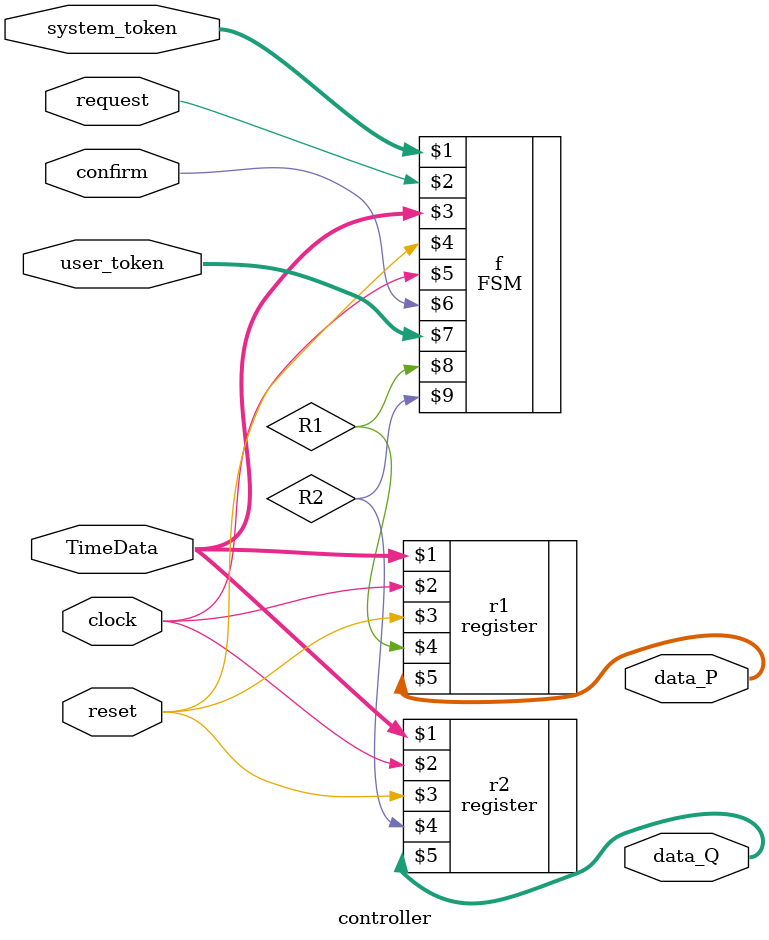
<source format=v>
/*--  *******************************************************
--  Computer Architecture Course, Laboratory Sources 
--  Amirkabir University of Technology (Tehran Polytechnic)
--  Department of Computer Engineering (CE-AUT)
--  https://ce[dot]aut[dot]ac[dot]ir
--  *******************************************************
--  All Rights reserved (C) 2021-2022
--  *******************************************************
--  Student ID  : 
--  Student Name: 
--  Student Mail: 
--  *******************************************************
--  Additional Comments:
--
--*/

/*-----------------------------------------------------------
---  Module Name: controller
-----------------------------------------------------------*/
`timescale 1 ns/1 ns
module controller(
input [2:0] system_token,
input request,
input [7:0] TimeData,
input reset,
input clock,
input confirm,
input [2:0] user_token,
output [7:0] data_Q,
output [7:0] data_P
);

wire R1,R2;

register r1(TimeData,clock,reset,R1,data_P);
register r2(TimeData,clock,reset,R2,data_Q);
FSM f(system_token,request,TimeData,reset,clock,confirm,user_token,R1,R2);

endmodule

</source>
